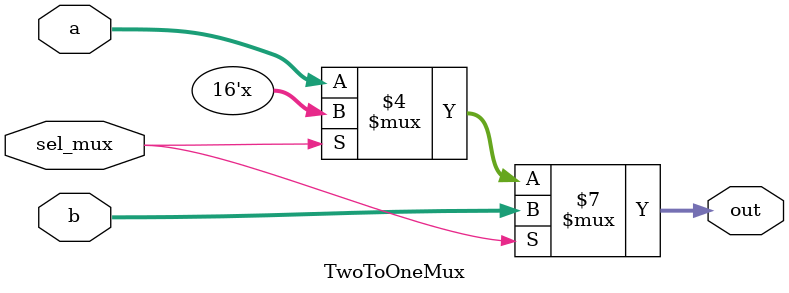
<source format=sv>
`timescale 1ns / 1ps


module TwoToOneMux(
    
    input logic [15:0] a,
    input logic [15:0] b,
    input logic sel_mux,
    output logic [15:0] out

    );
    
    always_comb
        begin
        if(sel_mux==1) out<=b;
        else if(sel_mux==0) out<=a;
        end
        
endmodule


</source>
